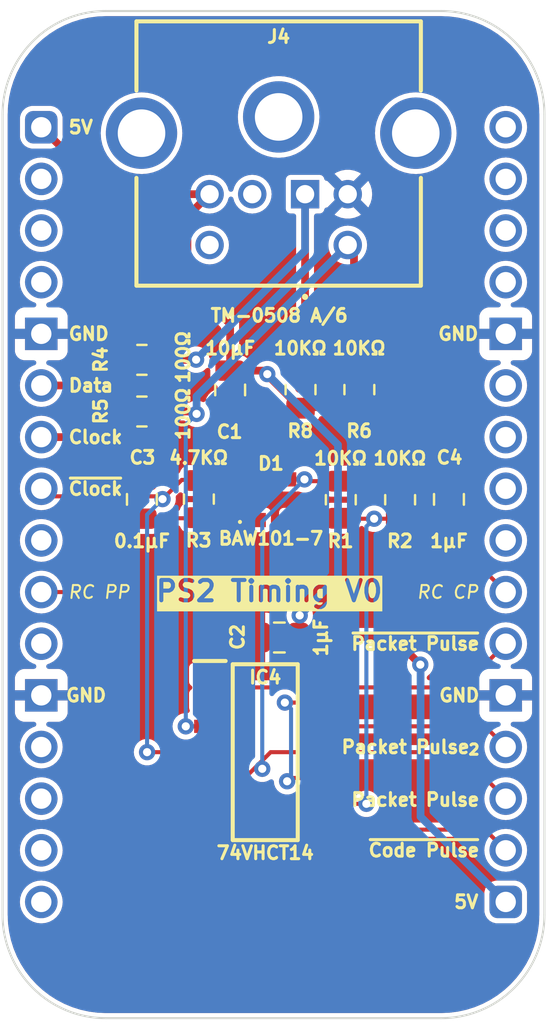
<source format=kicad_pcb>
(kicad_pcb (version 20221018) (generator pcbnew)
  (layers (0 "F.Cu" signal) (31 "B.Cu" signal) (36 "B.SilkS" user "B.Silkscreen") (37 "F.SilkS" user "F.Silkscreen") (38 "B.Mask" user) (39 "F.Mask" user) (44 "Edge.Cuts" user))
  (net 0 "")
  (net 1 "/5V")
  (net 2 "/GND")
  (net 19 "/Data")
  (net 20 "/Clock")
  (net 21 "/RC Packet Pulse")
  (net 22 "/RC Code Pulse")
  (net 23 "/Packet Pulse")
  (net 24 "/~{Clock}")
  (net 25 "/Packet Pulse_{2}")
  (net 26 "/~{Code Pulse}")
  (net 27 "/~{Packet Pulse}")
  (net 28 "/~{Packet Pulse}_{2}")
  (net 32 "Net-(J2-Pin_6)")
  (net 33 "Net-(J2-Pin_7)")
  (footprint "SamacSys_Parts:C_0805" (layer "F.Cu") (at 123.5964 66.2432 180)
    (fp_text reference "C1" (at 0.027 -2.075) (layer "F.SilkS") (effects (font (size 0.635 0.635))))
    (fp_text value "10μF" (at 0 2.032) (layer "F.SilkS") (effects (font (size 0.635 0.635))))
    (fp_line (start -0.735 0.245252) (end -0.735 -0.277252) (stroke (width 0.12)) (layer "F.SilkS"))
    (fp_line (start 0.735 0.245252) (end 0.735 -0.277252) (stroke (width 0.12)) (layer "F.SilkS"))
    (pad "1" smd roundrect (at 0 0.934 270) (size 1 1.45) (layers "F.Cu" "F.Paste" "F.Mask") (net 1 "/5V"))
    (pad "2" smd roundrect (at 0 -0.966 270) (size 1 1.45) (layers "F.Cu" "F.Paste" "F.Mask") (net 2 "/GND"))
  )
  (footprint "SamacSys_Parts:R_0805" (layer "F.Cu") (at 119.253 64.77 90)
    (fp_text reference "R4" (at 0 -2.032 90) (layer "F.SilkS") (effects (font (size 0.635 0.635))))
    (fp_text value "100Ω" (at 0.127 2.032 90) (layer "F.SilkS") (effects (font (size 0.635 0.635))))
    (fp_line (start -0.745 0.227064) (end -0.745 -0.227064) (stroke (width 0.12)) (layer "F.SilkS"))
    (fp_line (start 0.725 0.227064) (end 0.725 -0.227064) (stroke (width 0.12)) (layer "F.SilkS"))
    (pad "1" smd roundrect (at -0.01 0.9125 180) (size 1.025 1.4) (layers "F.Cu" "F.Paste" "F.Mask") (roundrect_rratio 0.243902439) (net 19 "/Data"))
    (pad "2" smd roundrect (at -0.01 -0.9125 180) (size 1.025 1.4) (layers "F.Cu" "F.Paste" "F.Mask") (roundrect_rratio 0.243902439) (net 32 "Net-(J2-Pin_6)"))
  )
  (footprint "SamacSys_Parts:C_0805" (layer "F.Cu") (at 126.0348 78.4352 90)
    (fp_text reference "C2" (at 0.027 -2.075 90) (layer "F.SilkS") (effects (font (size 0.635 0.635))))
    (fp_text value "1μF" (at 0 2.032 90) (layer "F.SilkS") (effects (font (size 0.635 0.635))))
    (fp_line (start -0.735 0.245252) (end -0.735 -0.277252) (stroke (width 0.12)) (layer "F.SilkS"))
    (fp_line (start 0.735 0.245252) (end 0.735 -0.277252) (stroke (width 0.12)) (layer "F.SilkS"))
    (pad "1" smd roundrect (at 0 0.934 180) (size 1 1.45) (layers "F.Cu" "F.Paste" "F.Mask") (net 1 "/5V"))
    (pad "2" smd roundrect (at 0 -0.966 180) (size 1 1.45) (layers "F.Cu" "F.Paste" "F.Mask") (net 2 "/GND"))
  )
  (footprint "SamacSys_Parts:R_0805" (layer "F.Cu") (at 129.032 71.658 180)
    (fp_text reference "R1" (at 0 -2.032) (layer "F.SilkS") (effects (font (size 0.635 0.635))))
    (fp_text value "10KΩ" (at 0 2.032) (layer "F.SilkS") (effects (font (size 0.635 0.635))))
    (fp_line (start -0.745 0.227064) (end -0.745 -0.227064) (stroke (width 0.12)) (layer "F.SilkS"))
    (fp_line (start 0.725 0.227064) (end 0.725 -0.227064) (stroke (width 0.12)) (layer "F.SilkS"))
    (pad "1" smd roundrect (at -0.01 0.9125 270) (size 1.025 1.4) (layers "F.Cu" "F.Paste" "F.Mask") (roundrect_rratio 0.243902439) (net 23 "/Packet Pulse"))
    (pad "2" smd roundrect (at -0.01 -0.9125 270) (size 1.025 1.4) (layers "F.Cu" "F.Paste" "F.Mask") (roundrect_rratio 0.243902439) (net 22 "/RC Code Pulse"))
  )
  (footprint "SamacSys_Parts:C_0805" (layer "F.Cu") (at 134.366 71.658)
    (fp_text reference "C4" (at 0.027 -2.075 180) (layer "F.SilkS") (effects (font (size 0.635 0.635))))
    (fp_text value "1μF" (at 0 2.032) (layer "F.SilkS") (effects (font (size 0.635 0.635))))
    (fp_line (start -0.735 0.245252) (end -0.735 -0.277252) (stroke (width 0.12)) (layer "F.SilkS"))
    (fp_line (start 0.735 0.245252) (end 0.735 -0.277252) (stroke (width 0.12)) (layer "F.SilkS"))
    (pad "1" smd roundrect (at 0 0.934 90) (size 1 1.45) (layers "F.Cu" "F.Paste" "F.Mask") (net 22 "/RC Code Pulse"))
    (pad "2" smd roundrect (at 0 -0.966 90) (size 1 1.45) (layers "F.Cu" "F.Paste" "F.Mask") (net 2 "/GND"))
  )
  (footprint "SamacSys_Parts:R_0805" (layer "F.Cu") (at 127.0508 66.2432 180)
    (fp_text reference "R8" (at 0 -2.032) (layer "F.SilkS") (effects (font (size 0.635 0.635))))
    (fp_text value "10KΩ" (at 0 2.032) (layer "F.SilkS") (effects (font (size 0.635 0.635))))
    (fp_line (start -0.745 0.227064) (end -0.745 -0.227064) (stroke (width 0.12)) (layer "F.SilkS"))
    (fp_line (start 0.725 0.227064) (end 0.725 -0.227064) (stroke (width 0.12)) (layer "F.SilkS"))
    (pad "1" smd roundrect (at -0.01 0.9125 270) (size 1.025 1.4) (layers "F.Cu" "F.Paste" "F.Mask") (roundrect_rratio 0.243902439) (net 19 "/Data"))
    (pad "2" smd roundrect (at -0.01 -0.9125 270) (size 1.025 1.4) (layers "F.Cu" "F.Paste" "F.Mask") (roundrect_rratio 0.243902439) (net 1 "/5V"))
  )
  (footprint "SamacSys_Parts:DIP-32_Board_W22.86mm" (layer "F.Cu") (at 114.3 53.34)
    (fp_text reference "J2" hide)
    (fp_text value "Conn_02x16_Counter_Clockwise" hide)
    (fp_line (start -1.905 -0.635) (end -1.905 38.735) (stroke (width 0.1)) (layer "Edge.Cuts"))
    (fp_line (start 19.685 -5.715) (end 3.175 -5.715) (stroke (width 0.1)) (layer "Edge.Cuts"))
    (fp_line (start 19.685 43.815) (end 3.175 43.815) (stroke (width 0.1)) (layer "Edge.Cuts"))
    (fp_line (start 24.765 38.735) (end 24.765 -0.635) (stroke (width 0.1)) (layer "Edge.Cuts"))
    (fp_arc (start -1.905 -0.635) (mid -0.417102 -4.227102) (end 3.175 -5.715) (stroke (width 0.1)) (layer "Edge.Cuts"))
    (fp_arc (start 3.175 43.815) (mid -0.417102 42.327102) (end -1.905 38.735) (stroke (width 0.1)) (layer "Edge.Cuts"))
    (fp_arc (start 19.685 -5.715) (mid 23.277102 -4.227102) (end 24.765 -0.635) (stroke (width 0.1)) (layer "Edge.Cuts"))
    (fp_arc (start 24.765 38.735) (mid 23.277102 42.327102) (end 19.685 43.815) (stroke (width 0.1)) (layer "Edge.Cuts"))
    (pad "1" thru_hole roundrect (at 0 0) (size 1.6 1.6) (drill 1) (layers "*.Cu" "*.Mask") (net 1 "/5V"))
    (pad "2" thru_hole oval (at 0 2.54) (size 1.6 1.6) (drill 1) (layers "*.Cu" "*.Mask"))
    (pad "3" thru_hole oval (at 0 5.08) (size 1.6 1.6) (drill 1) (layers "*.Cu" "*.Mask"))
    (pad "4" thru_hole oval (at 0 7.62) (size 1.6 1.6) (drill 1) (layers "*.Cu" "*.Mask"))
    (pad "5" thru_hole rect (at 0 10.16) (size 1.6 1.6) (drill 1) (layers "*.Cu" "*.Mask") (net 2 "/GND"))
    (pad "6" thru_hole oval (at 0 12.7) (size 1.6 1.6) (drill 1) (layers "*.Cu" "*.Mask") (net 32 "Net-(J2-Pin_6)"))
    (pad "7" thru_hole oval (at 0 15.24) (size 1.6 1.6) (drill 1) (layers "*.Cu" "*.Mask") (net 33 "Net-(J2-Pin_7)"))
    (pad "8" thru_hole oval (at 0 17.78) (size 1.6 1.6) (drill 1) (layers "*.Cu" "*.Mask") (net 24 "/~{Clock}"))
    (pad "9" thru_hole oval (at 0 20.32) (size 1.6 1.6) (drill 1) (layers "*.Cu" "*.Mask"))
    (pad "10" thru_hole oval (at 0 22.86) (size 1.6 1.6) (drill 1) (layers "*.Cu" "*.Mask") (net 21 "/RC Packet Pulse"))
    (pad "11" thru_hole oval (at 0 25.4) (size 1.6 1.6) (drill 1) (layers "*.Cu" "*.Mask"))
    (pad "12" thru_hole rect (at 0 27.94) (size 1.6 1.6) (drill 1) (layers "*.Cu" "*.Mask") (net 2 "/GND"))
    (pad "13" thru_hole oval (at 0 30.48) (size 1.6 1.6) (drill 1) (layers "*.Cu" "*.Mask"))
    (pad "14" thru_hole oval (at 0 33.02) (size 1.6 1.6) (drill 1) (layers "*.Cu" "*.Mask"))
    (pad "15" thru_hole oval (at 0 35.56) (size 1.6 1.6) (drill 1) (layers "*.Cu" "*.Mask"))
    (pad "16" thru_hole oval (at 0 38.1) (size 1.6 1.6) (drill 1) (layers "*.Cu" "*.Mask"))
    (pad "17" thru_hole roundrect (at 22.86 38.1) (size 1.6 1.6) (drill 1) (layers "*.Cu" "*.Mask") (net 1 "/5V"))
    (pad "18" thru_hole oval (at 22.86 35.56) (size 1.6 1.6) (drill 1) (layers "*.Cu" "*.Mask") (net 26 "/~{Code Pulse}"))
    (pad "19" thru_hole oval (at 22.86 33.02) (size 1.6 1.6) (drill 1) (layers "*.Cu" "*.Mask") (net 23 "/Packet Pulse"))
    (pad "20" thru_hole oval (at 22.86 30.48) (size 1.6 1.6) (drill 1) (layers "*.Cu" "*.Mask") (net 25 "/Packet Pulse_{2}"))
    (pad "21" thru_hole rect (at 22.86 27.94) (size 1.6 1.6) (drill 1) (layers "*.Cu" "*.Mask") (net 2 "/GND"))
    (pad "22" thru_hole oval (at 22.86 25.4) (size 1.6 1.6) (drill 1) (layers "*.Cu" "*.Mask") (net 27 "/~{Packet Pulse}"))
    (pad "23" thru_hole oval (at 22.86 22.86) (size 1.6 1.6) (drill 1) (layers "*.Cu" "*.Mask") (net 22 "/RC Code Pulse"))
    (pad "24" thru_hole oval (at 22.86 20.32) (size 1.6 1.6) (drill 1) (layers "*.Cu" "*.Mask"))
    (pad "25" thru_hole oval (at 22.86 17.78) (size 1.6 1.6) (drill 1) (layers "*.Cu" "*.Mask"))
    (pad "26" thru_hole oval (at 22.86 15.24) (size 1.6 1.6) (drill 1) (layers "*.Cu" "*.Mask"))
    (pad "27" thru_hole oval (at 22.86 12.7) (size 1.6 1.6) (drill 1) (layers "*.Cu" "*.Mask"))
    (pad "28" thru_hole rect (at 22.86 10.16) (size 1.6 1.6) (drill 1) (layers "*.Cu" "*.Mask") (net 2 "/GND"))
    (pad "29" thru_hole oval (at 22.86 7.62) (size 1.6 1.6) (drill 1) (layers "*.Cu" "*.Mask"))
    (pad "30" thru_hole oval (at 22.86 5.08) (size 1.6 1.6) (drill 1) (layers "*.Cu" "*.Mask"))
    (pad "31" thru_hole oval (at 22.86 2.54) (size 1.6 1.6) (drill 1) (layers "*.Cu" "*.Mask"))
    (pad "32" thru_hole oval (at 22.86 0) (size 1.6 1.6) (drill 1) (layers "*.Cu" "*.Mask"))
  )
  (footprint "SamacSys_Parts:TM0508A6" (layer "F.Cu") (at 127.284 56.632)
    (fp_text reference "J4" (at -1.3 -7.747) (layer "F.SilkS") (effects (font (size 0.635 0.635) (thickness 0.15) bold)))
    (fp_text value "TM-0508 A/6" (at -1.27 5.969) (layer "F.SilkS") (effects (font (size 0.635 0.635) (thickness 0.15) bold)))
    (fp_line (start -8.3 -8.5) (end -8.3 -5.1) (stroke (width 0.2)) (layer "F.SilkS"))
    (fp_line (start -8.3 -0.8) (end -8.3 4.5) (stroke (width 0.2)) (layer "F.SilkS"))
    (fp_line (start -8.3 4.5) (end 5.7 4.5) (stroke (width 0.2)) (layer "F.SilkS"))
    (fp_line (start 0 5) (end 0 5) (stroke (width 0.2)) (layer "F.SilkS"))
    (fp_line (start 0 5) (end 0 5) (stroke (width 0.2)) (layer "F.SilkS"))
    (fp_line (start 0 5.1) (end 0 5.1) (stroke (width 0.2)) (layer "F.SilkS"))
    (fp_line (start 5.7 -8.5) (end -8.3 -8.5) (stroke (width 0.2)) (layer "F.SilkS"))
    (fp_line (start 5.7 -5.1) (end 5.7 -8.5) (stroke (width 0.2)) (layer "F.SilkS"))
    (fp_line (start 5.7 4.5) (end 5.7 -0.8) (stroke (width 0.2)) (layer "F.SilkS"))
    (fp_arc (start 0 5) (mid 0.05 5.05) (end 0 5.1) (stroke (width 0.2)) (layer "F.SilkS"))
    (fp_arc (start 0 5.1) (mid -0.05 5.05) (end 0 5) (stroke (width 0.2)) (layer "F.SilkS"))
    (fp_arc (start 0 5.1) (mid -0.05 5.05) (end 0 5) (stroke (width 0.2)) (layer "F.SilkS"))
    (pad "" thru_hole circle (at -8.05 -3) (size 3.51 3.51) (drill 2.34) (layers "*.Cu" "*.Mask"))
    (pad "" thru_hole circle (at -1.3 -3.8) (size 3.51 3.51) (drill 2.34) (layers "*.Cu" "*.Mask"))
    (pad "" thru_hole circle (at 5.45 -3) (size 3.51 3.51) (drill 2.34) (layers "*.Cu" "*.Mask"))
    (pad "1" thru_hole rect (at 0 0) (size 1.4 1.4) (drill 0.9) (layers "*.Cu" "*.Mask") (net 19 "/Data"))
    (pad "2" thru_hole circle (at -2.6 0) (size 1.4 1.4) (drill 0.9) (layers "*.Cu" "*.Mask"))
    (pad "3" thru_hole circle (at 2.1 0) (size 1.4 1.4) (drill 0.9) (layers "*.Cu" "*.Mask") (net 2 "/GND"))
    (pad "4" thru_hole circle (at -4.7 0) (size 1.4 1.4) (drill 0.9) (layers "*.Cu" "*.Mask") (net 1 "/5V"))
    (pad "5" thru_hole circle (at 2.1 2.5) (size 1.4 1.4) (drill 0.9) (layers "*.Cu" "*.Mask") (net 20 "/Clock"))
    (pad "6" thru_hole circle (at -4.7 2.5) (size 1.4 1.4) (drill 0.9) (layers "*.Cu" "*.Mask"))
  )
  (footprint "SamacSys_Parts:BAW1017" (layer "F.Cu") (at 125.603 71.658)
    (fp_text reference "D1" (at 0 -1.778) (layer "F.SilkS") (effects (font (size 0.635 0.635))))
    (fp_text value "BAW101-7" (at 0 1.905) (layer "F.SilkS") (effects (font (size 0.635 0.635))))
    (fp_line (start -1.524 1.043) (end -1.524 1.043) (stroke (width 0.1)) (layer "F.SilkS"))
    (fp_line (start -1.524 1.143) (end -1.524 1.143) (stroke (width 0.1)) (layer "F.SilkS"))
    (fp_arc (start -1.524 1.043) (mid -1.474 1.093) (end -1.524 1.143) (stroke (width 0.1)) (layer "F.SilkS"))
    (fp_arc (start -1.524 1.143) (mid -1.574 1.093) (end -1.524 1.043) (stroke (width 0.1)) (layer "F.SilkS"))
    (pad "1" smd rect (at -0.75 1 90) (size 0.7 1) (layers "F.Cu" "F.Paste" "F.Mask") (net 21 "/RC Packet Pulse"))
    (pad "2" smd rect (at 0.95 1) (size 0.6 0.7) (layers "F.Cu" "F.Paste" "F.Mask") (net 22 "/RC Code Pulse"))
    (pad "3" smd rect (at 0.95 -1) (size 0.6 0.7) (layers "F.Cu" "F.Paste" "F.Mask") (net 23 "/Packet Pulse"))
    (pad "4" smd rect (at -0.95 -1) (size 0.6 0.7) (layers "F.Cu" "F.Paste" "F.Mask") (net 24 "/~{Clock}"))
  )
  (footprint "SamacSys_Parts:R_0805" (layer "F.Cu") (at 119.253 67.31 90)
    (fp_text reference "R5" (at 0 -2.032 90) (layer "F.SilkS") (effects (font (size 0.635 0.635))))
    (fp_text value "100Ω" (at -0.127 2.032 90) (layer "F.SilkS") (effects (font (size 0.635 0.635))))
    (fp_line (start -0.745 0.227064) (end -0.745 -0.227064) (stroke (width 0.12)) (layer "F.SilkS"))
    (fp_line (start 0.725 0.227064) (end 0.725 -0.227064) (stroke (width 0.12)) (layer "F.SilkS"))
    (pad "1" smd roundrect (at -0.01 0.9125 180) (size 1.025 1.4) (layers "F.Cu" "F.Paste" "F.Mask") (roundrect_rratio 0.243902439) (net 20 "/Clock"))
    (pad "2" smd roundrect (at -0.01 -0.9125 180) (size 1.025 1.4) (layers "F.Cu" "F.Paste" "F.Mask") (roundrect_rratio 0.243902439) (net 33 "Net-(J2-Pin_7)"))
  )
  (footprint "SamacSys_Parts:C_0805" (layer "F.Cu") (at 119.253 71.658)
    (fp_text reference "C3" (at 0.027 -2.075) (layer "F.SilkS") (effects (font (size 0.635 0.635))))
    (fp_text value "0.1μF" (at 0 2.032) (layer "F.SilkS") (effects (font (size 0.635 0.635))))
    (fp_line (start -0.735 0.245252) (end -0.735 -0.277252) (stroke (width 0.12)) (layer "F.SilkS"))
    (fp_line (start 0.735 0.245252) (end 0.735 -0.277252) (stroke (width 0.12)) (layer "F.SilkS"))
    (pad "1" smd roundrect (at 0 0.934 90) (size 1 1.45) (layers "F.Cu" "F.Paste" "F.Mask") (net 21 "/RC Packet Pulse"))
    (pad "2" smd roundrect (at 0 -0.966 90) (size 1 1.45) (layers "F.Cu" "F.Paste" "F.Mask") (net 2 "/GND"))
  )
  (footprint "SamacSys_Parts:R_0805" (layer "F.Cu") (at 129.9464 66.2432 180)
    (fp_text reference "R6" (at 0 -2.032) (layer "F.SilkS") (effects (font (size 0.635 0.635))))
    (fp_text value "10KΩ" (at 0 2.032) (layer "F.SilkS") (effects (font (size 0.635 0.635))))
    (fp_line (start -0.745 0.227064) (end -0.745 -0.227064) (stroke (width 0.12)) (layer "F.SilkS"))
    (fp_line (start 0.725 0.227064) (end 0.725 -0.227064) (stroke (width 0.12)) (layer "F.SilkS"))
    (pad "1" smd roundrect (at -0.01 0.9125 270) (size 1.025 1.4) (layers "F.Cu" "F.Paste" "F.Mask") (roundrect_rratio 0.243902439) (net 20 "/Clock"))
    (pad "2" smd roundrect (at -0.01 -0.9125 270) (size 1.025 1.4) (layers "F.Cu" "F.Paste" "F.Mask") (roundrect_rratio 0.243902439) (net 1 "/5V"))
  )
  (footprint "SamacSys_Parts:SOIC127P600X175-14N" (layer "F.Cu") (at 125.3236 84.074)
    (fp_text reference "IC4" (at 0 -3.683) (layer "F.SilkS") (effects (font (size 0.635 0.635))))
    (fp_text value "74VHCT14AM" hide)
    (fp_text user "${Silkscreen}" (at 0 4.953) (layer "F.SilkS") (effects (font (size 0.635 0.635))))
    (fp_line (start -3.5 -4.485) (end -1.95 -4.485) (stroke (width 0.2)) (layer "F.SilkS"))
    (fp_line (start -1.6 -4.325) (end 1.6 -4.325) (stroke (width 0.2)) (layer "F.SilkS"))
    (fp_line (start -1.6 4.325) (end -1.6 -4.325) (stroke (width 0.2)) (layer "F.SilkS"))
    (fp_line (start 1.6 -4.325) (end 1.6 4.325) (stroke (width 0.2)) (layer "F.SilkS"))
    (fp_line (start 1.6 4.325) (end -1.6 4.325) (stroke (width 0.2)) (layer "F.SilkS"))
    (pad "1" smd rect (at -2.725 -3.81 90) (size 0.65 1.55) (layers "F.Cu" "F.Paste" "F.Mask") (net 21 "/RC Packet Pulse"))
    (pad "2" smd rect (at -2.725 -2.54 90) (size 0.65 1.55) (layers "F.Cu" "F.Paste" "F.Mask") (net 27 "/~{Packet Pulse}"))
    (pad "3" smd rect (at -2.725 -1.27 90) (size 0.65 1.55) (layers "F.Cu" "F.Paste" "F.Mask") (net 20 "/Clock"))
    (pad "4" smd rect (at -2.725 0 90) (size 0.65 1.55) (layers "F.Cu" "F.Paste" "F.Mask") (net 24 "/~{Clock}"))
    (pad "5" smd rect (at -2.725 1.27 90) (size 0.65 1.55) (layers "F.Cu" "F.Paste" "F.Mask") (net 27 "/~{Packet Pulse}"))
    (pad "6" smd rect (at -2.725 2.54 90) (size 0.65 1.55) (layers "F.Cu" "F.Paste" "F.Mask") (net 23 "/Packet Pulse"))
    (pad "7" smd rect (at -2.725 3.81 90) (size 0.65 1.55) (layers "F.Cu" "F.Paste" "F.Mask") (net 2 "/GND"))
    (pad "8" smd rect (at 2.725 3.81 90) (size 0.65 1.55) (layers "F.Cu" "F.Paste" "F.Mask") (net 26 "/~{Code Pulse}"))
    (pad "9" smd rect (at 2.725 2.54 90) (size 0.65 1.55) (layers "F.Cu" "F.Paste" "F.Mask") (net 22 "/RC Code Pulse"))
    (pad "10" smd rect (at 2.725 1.27 90) (size 0.65 1.55) (layers "F.Cu" "F.Paste" "F.Mask") (net 28 "/~{Packet Pulse}_{2}"))
    (pad "11" smd rect (at 2.725 0 90) (size 0.65 1.55) (layers "F.Cu" "F.Paste" "F.Mask") (net 23 "/Packet Pulse"))
    (pad "12" smd rect (at 2.725 -1.27 90) (size 0.65 1.55) (layers "F.Cu" "F.Paste" "F.Mask") (net 25 "/Packet Pulse_{2}"))
    (pad "13" smd rect (at 2.725 -2.54 90) (size 0.65 1.55) (layers "F.Cu" "F.Paste" "F.Mask") (net 28 "/~{Packet Pulse}_{2}"))
    (pad "14" smd rect (at 2.725 -3.81 90) (size 0.65 1.55) (layers "F.Cu" "F.Paste" "F.Mask") (net 1 "/5V"))
  )
  (footprint "SamacSys_Parts:R_0805" (layer "F.Cu") (at 122.047 71.628 180)
    (fp_text reference "R3" (at 0 -2.032) (layer "F.SilkS") (effects (font (size 0.635 0.635))))
    (fp_text value "4.7KΩ" (at 0 2.032) (layer "F.SilkS") (effects (font (size 0.635 0.635))))
    (fp_line (start -0.745 0.227064) (end -0.745 -0.227064) (stroke (width 0.12)) (layer "F.SilkS"))
    (fp_line (start 0.725 0.227064) (end 0.725 -0.227064) (stroke (width 0.12)) (layer "F.SilkS"))
    (pad "1" smd roundrect (at -0.01 0.9125 270) (size 1.025 1.4) (layers "F.Cu" "F.Paste" "F.Mask") (roundrect_rratio 0.243902439) (net 24 "/~{Clock}"))
    (pad "2" smd roundrect (at -0.01 -0.9125 270) (size 1.025 1.4) (layers "F.Cu" "F.Paste" "F.Mask") (roundrect_rratio 0.243902439) (net 21 "/RC Packet Pulse"))
  )
  (footprint "SamacSys_Parts:R_0805" (layer "F.Cu") (at 131.953 71.658 180)
    (fp_text reference "R2" (at 0 -2.032) (layer "F.SilkS") (effects (font (size 0.635 0.635))))
    (fp_text value "10KΩ" (at 0 2.032) (layer "F.SilkS") (effects (font (size 0.635 0.635))))
    (fp_line (start -0.745 0.227064) (end -0.745 -0.227064) (stroke (width 0.12)) (layer "F.SilkS"))
    (fp_line (start 0.725 0.227064) (end 0.725 -0.227064) (stroke (width 0.12)) (layer "F.SilkS"))
    (pad "1" smd roundrect (at -0.01 0.9125 270) (size 1.025 1.4) (layers "F.Cu" "F.Paste" "F.Mask") (roundrect_rratio 0.243902439) (net 23 "/Packet Pulse"))
    (pad "2" smd roundrect (at -0.01 -0.9125 270) (size 1.025 1.4) (layers "F.Cu" "F.Paste" "F.Mask") (roundrect_rratio 0.243902439) (net 22 "/RC Code Pulse"))
  )
  (gr_text "Packet Pulse" (at 135.9408 86.4108) (layer "F.SilkS") (effects (font (size 0.635 0.635) (thickness 0.15) bold) (justify right)))
  (gr_text "~{Code Pulse}" (at 135.9408 88.9) (layer "F.SilkS") (effects (font (size 0.635 0.635) (thickness 0.15) bold) (justify right)))
  (gr_text "GND" (at 135.9408 81.28) (layer "F.SilkS") (effects (font (size 0.635 0.635) (thickness 0.15) bold) (justify right)))
  (gr_text "Packet Pulse_{2}" (at 135.9408 83.82) (layer "F.SilkS") (effects (font (size 0.635 0.635) (thickness 0.15) bold) (justify right)))
  (gr_text "Data" (at 115.57 66.04) (layer "F.SilkS") (effects (font (size 0.635 0.635) (thickness 0.15) bold) (justify left)))
  (gr_text "5V" (at 135.89 91.44) (layer "F.SilkS") (effects (font (size 0.635 0.635) (thickness 0.15) bold) (justify right)))
  (gr_text "~{Packet Pulse}" (at 135.9408 78.74) (layer "F.SilkS") (effects (font (size 0.635 0.635) (thickness 0.15) bold) (justify right)))
  (gr_text "GND" (at 115.57 63.5) (layer "F.SilkS") (effects (font (size 0.635 0.635) (thickness 0.15) bold) (justify left)))
  (gr_text "PS2 Timing V0" (at 125.5184 76.738) (layer "F.SilkS" knockout) (effects (font (size 1 1) (thickness 0.2) bold) (justify bottom)))
  (gr_text "~{Clock}" (at 115.57 71.12) (layer "F.SilkS") (effects (font (size 0.635 0.635) (thickness 0.15) bold) (justify left)))
  (gr_text "RC CP" (at 135.89 76.2) (layer "F.SilkS") (effects (font (size 0.635 0.635) (thickness 0.1) italic) (justify right)))
  (gr_text "GND" (at 115.443 81.28) (layer "F.SilkS") (effects (font (size 0.635 0.635) (thickness 0.15) bold) (justify left)))
  (gr_text "GND" (at 135.89 63.5) (layer "F.SilkS") (effects (font (size 0.635 0.635) (thickness 0.15) bold) (justify right)))
  (gr_text "Clock" (at 115.57 68.58) (layer "F.SilkS") (effects (font (size 0.635 0.635) (thickness 0.15) bold) (justify left)))
  (gr_text "5V" (at 115.57 53.34) (layer "F.SilkS") (effects (font (size 0.635 0.635) (thickness 0.15) bold) (justify left)))
  (gr_text "RC PP" (at 115.57 76.2) (layer "F.SilkS") (effects (font (size 0.635 0.635) (thickness 0.1) italic) (justify left)))
  (segment (start 125.4252 65.5201) (end 125.4252 65.4812) (width 0.38) (layer "F.Cu") (net 1))
  (segment (start 126.9688 78.4352) (end 126.9688 79.1842) (width 0.38) (layer "F.Cu") (net 1))
  (segment (start 122.584 56.632) (end 121.494 57.722) (width 0.38) (layer "F.Cu") (net 1))
  (segment (start 125.2532 65.3092) (end 125.4252 65.4812) (width 0.38) (layer "F.Cu") (net 1))
  (segment (start 117.592 56.632) (end 122.584 56.632) (width 0.38) (layer "F.Cu") (net 1))
  (segment (start 127.0608 67.1557) (end 125.4252 65.5201) (width 0.38) (layer "F.Cu") (net 1))
  (segment (start 114.3 53.34) (end 117.592 56.632) (width 0.38) (layer "F.Cu") (net 1))
  (segment (start 127.0196 78.1376) (end 127.0196 77.348784) (width 0.38) (layer "F.Cu") (net 1))
  (segment (start 121.494 57.722) (end 121.494 60.915) (width 0.38) (layer "F.Cu") (net 1))
  (segment (start 123.5964 63.0174) (end 123.5964 65.3092) (width 0.38) (layer "F.Cu") (net 1))
  (segment (start 131.5928 78.4052) (end 132.9563 79.7687) (width 0.38) (layer "F.Cu") (net 1))
  (segment (start 126.9688 79.1842) (end 128.0486 80.264) (width 0.38) (layer "F.Cu") (net 1))
  (segment (start 126.9988 78.4052) (end 131.5928 78.4052) (width 0.38) (layer "F.Cu") (net 1))
  (segment (start 121.494 60.915) (end 123.5964 63.0174) (width 0.38) (layer "F.Cu") (net 1))
  (segment (start 123.5964 65.3092) (end 125.2532 65.3092) (width 0.38) (layer "F.Cu") (net 1))
  (segment (start 127.1116 67.1049) (end 129.9056 67.1049) (width 0.38) (layer "F.Cu") (net 1))
  (via (at 132.9563 79.7687) (size 0.8) (drill 0.4) (layers "F.Cu" "B.Cu") (net 1))
  (via (at 125.4252 65.4812) (size 0.8) (drill 0.4) (layers "F.Cu" "B.Cu") (net 1))
  (via (at 127.0196 77.348784) (size 0.8) (drill 0.4) (layers "F.Cu" "B.Cu") (net 1))
  (segment (start 128.905 68.961) (end 128.905 75.463384) (width 0.38) (layer "B.Cu") (net 1))
  (segment (start 137.16 91.44) (end 132.969 87.249) (width 0.38) (layer "B.Cu") (net 1))
  (segment (start 128.905 75.463384) (end 127.0196 77.348784) (width 0.38) (layer "B.Cu") (net 1))
  (segment (start 125.4252 65.4812) (end 128.905 68.961) (width 0.38) (layer "B.Cu") (net 1))
  (segment (start 132.969 87.249) (end 132.969 79.7814) (width 0.38) (layer "B.Cu") (net 1))
  (segment (start 132.969 79.7814) (end 132.9563 79.7687) (width 0.38) (layer "B.Cu") (net 1))
  (segment (start 120.1655 64.78) (end 121.91 64.78) (width 0.38) (layer "F.Cu") (net 19))
  (segment (start 127.284 56.632) (end 127.284 65.1075) (width 0.38) (layer "F.Cu") (net 19))
  (segment (start 121.91 64.78) (end 121.92 64.77) (width 0.38) (layer "F.Cu") (net 19))
  (via (at 121.92 64.77) (size 0.8) (drill 0.4) (layers "F.Cu" "B.Cu") (net 19))
  (segment (start 127.284 59.406) (end 121.92 64.77) (width 0.38) (layer "B.Cu") (net 19))
  (segment (start 127.284 56.632) (end 127.284 59.406) (width 0.38) (layer "B.Cu") (net 19))
  (segment (start 120.1655 67.32) (end 121.827 67.32) (width 0.38) (layer "F.Cu") (net 20))
  (segment (start 129.6924 59.4404) (end 129.6924 65.0667) (width 0.38) (layer "F.Cu") (net 20))
  (segment (start 122.1686 82.804) (end 121.412 82.804) (width 0.2) (layer "F.Cu") (net 20))
  (segment (start 121.827 67.32) (end 121.944 67.437) (width 0.38) (layer "F.Cu") (net 20))
  (via (at 121.944 67.437) (size 0.8) (drill 0.4) (layers "F.Cu" "B.Cu") (net 20))
  (via (at 121.412 82.804) (size 0.8) (drill 0.4) (layers "F.Cu" "B.Cu") (net 20))
  (segment (start 121.412 82.804) (end 121.412 67.969) (width 0.2) (layer "B.Cu") (net 20))
  (segment (start 121.944 66.572) (end 121.944 67.437) (width 0.38) (layer "B.Cu") (net 20))
  (segment (start 121.412 67.969) (end 121.944 67.437) (width 0.2) (layer "B.Cu") (net 20))
  (segment (start 129.384 59.132) (end 121.944 66.572) (width 0.38) (layer "B.Cu") (net 20))
  (segment (start 123.8184 73.6926) (end 124.853 72.658) (width 0.2) (layer "F.Cu") (net 21))
  (segment (start 124.853 72.658) (end 122.1745 72.658) (width 0.2) (layer "F.Cu") (net 21))
  (segment (start 115.645 76.2) (end 114.3 76.2) (width 0.2) (layer "F.Cu") (net 21))
  (segment (start 119.253 72.592) (end 115.645 76.2) (width 0.2) (layer "F.Cu") (net 21))
  (segment (start 123.8184 78.8736) (end 123.8184 73.6926) (width 0.2) (layer "F.Cu") (net 21))
  (segment (start 122.5986 80.0934) (end 123.8184 78.8736) (width 0.2) (layer "F.Cu") (net 21))
  (segment (start 122.027 72.5705) (end 119.2745 72.5705) (width 0.2) (layer "F.Cu") (net 21))
  (segment (start 128.0486 86.614) (end 130.302 86.614) (width 0.2) (layer "F.Cu") (net 22))
  (segment (start 129.0647 72.5932) (end 130.683 72.5932) (width 0.2) (layer "F.Cu") (net 22))
  (segment (start 134.366 73.406) (end 137.16 76.2) (width 0.2) (layer "F.Cu") (net 22))
  (segment (start 128.9545 72.658) (end 126.553 72.658) (width 0.2) (layer "F.Cu") (net 22))
  (segment (start 134.366 72.592) (end 134.366 73.406) (width 0.2) (layer "F.Cu") (net 22))
  (segment (start 131.9403 72.5932) (end 130.683 72.5932) (width 0.2) (layer "F.Cu") (net 22))
  (segment (start 131.963 72.5705) (end 134.3445 72.5705) (width 0.2) (layer "F.Cu") (net 22))
  (via (at 130.683 72.5932) (size 0.8) (drill 0.4) (layers "F.Cu" "B.Cu") (net 22))
  (via (at 130.302 86.614) (size 0.8) (drill 0.4) (layers "F.Cu" "B.Cu") (net 22))
  (segment (start 130.302 86.614) (end 130.302 72.9742) (width 0.2) (layer "B.Cu") (net 22))
  (segment (start 130.302 72.9742) (end 130.683 72.5932) (width 0.2) (layer "B.Cu") (net 22))
  (segment (start 129.042 70.7455) (end 127.3415 70.7455) (width 0.2) (layer "F.Cu") (net 23))
  (segment (start 128.0486 84.074) (end 125.5886 84.074) (width 0.2) (layer "F.Cu") (net 23))
  (segment (start 126.553 70.658) (end 127.253999 70.657999) (width 0.2) (layer "F.Cu") (net 23))
  (segment (start 128.0486 84.074) (end 134.874 84.074) (width 0.2) (layer "F.Cu") (net 23))
  (segment (start 125.5886 84.074) (end 123.0486 86.614) (width 0.2) (layer "F.Cu") (net 23))
  (segment (start 129.042 70.7455) (end 131.963 70.7455) (width 0.2) (layer "F.Cu") (net 23))
  (segment (start 127.3415 70.7455) (end 127.253999 70.657999) (width 0.2) (layer "F.Cu") (net 23))
  (segment (start 134.874 84.074) (end 137.16 86.36) (width 0.2) (layer "F.Cu") (net 23))
  (via (at 125.1767 84.8923) (size 0.8) (drill 0.4) (layers "F.Cu" "B.Cu") (net 23))
  (via (at 127.253999 70.657999) (size 0.8) (drill 0.4) (layers "F.Cu" "B.Cu") (net 23))
  (segment (start 125.1767 72.735298) (end 127.253999 70.657999) (width 0.2) (layer "B.Cu") (net 23))
  (segment (start 125.1767 84.8923) (end 125.1767 72.735298) (width 0.2) (layer "B.Cu") (net 23))
  (segment (start 122.1745 70.658) (end 124.653 70.658) (width 0.2) (layer "F.Cu") (net 24))
  (segment (start 121.2134 70.6836) (end 120.269 71.628) (width 0.2) (layer "F.Cu") (net 24))
  (segment (start 122.5986 84.074) (end 119.507 84.074) (width 0.2) (layer "F.Cu") (net 24))
  (segment (start 122.0251 70.6836) (end 121.2134 70.6836) (width 0.2) (layer "F.Cu") (net 24))
  (segment (start 120.133 71.492) (end 120.269 71.628) (width 0.2) (layer "F.Cu") (net 24))
  (segment (start 114.672 71.492) (end 120.133 71.492) (width 0.2) (layer "F.Cu") (net 24))
  (via (at 119.507 84.074) (size 0.8) (drill 0.4) (layers "F.Cu" "B.Cu") (net 24))
  (via (at 120.269 71.628) (size 0.8) (drill 0.4) (layers "F.Cu" "B.Cu") (net 24))
  (segment (start 119.507 72.39) (end 120.269 71.628) (width 0.2) (layer "B.Cu") (net 24))
  (segment (start 119.507 84.074) (end 119.507 72.39) (width 0.2) (layer "B.Cu") (net 24))
  (segment (start 136.144 82.804) (end 137.16 83.82) (width 0.2) (layer "F.Cu") (net 25))
  (segment (start 128.0486 82.804) (end 136.144 82.804) (width 0.2) (layer "F.Cu") (net 25))
  (segment (start 136.144 87.884) (end 137.16 88.9) (width 0.2) (layer "F.Cu") (net 26))
  (segment (start 128.0486 87.884) (end 136.144 87.884) (width 0.2) (layer "F.Cu") (net 26))
  (segment (start 122.5986 85.344) (end 123.4948 85.344) (width 0.2) (layer "F.Cu") (net 27))
  (segment (start 123.6736 85.1652) (end 123.6736 81.662) (width 0.2) (layer "F.Cu") (net 27))
  (segment (start 122.5986 81.1248) (end 122.8344 80.889) (width 0.2) (layer "F.Cu") (net 27))
  (segment (start 123.5456 81.534) (end 122.5986 81.534) (width 0.2) (layer "F.Cu") (net 27))
  (segment (start 123.4948 85.344) (end 123.6736 85.1652) (width 0.2) (layer "F.Cu") (net 27))
  (segment (start 123.6736 81.662) (end 123.5456 81.534) (width 0.2) (layer "F.Cu") (net 27))
  (segment (start 122.5986 81.534) (end 122.5986 81.1248) (width 0.2) (layer "F.Cu") (net 27))
  (segment (start 135.011 80.889) (end 137.16 78.74) (width 0.2) (layer "F.Cu") (net 27))
  (segment (start 122.8344 80.889) (end 135.011 80.889) (width 0.2) (layer "F.Cu") (net 27))
  (segment (start 128.0486 85.344) (end 126.562605 85.344) (width 0.2) (layer "F.Cu") (net 28))
  (segment (start 127.947 81.6356) (end 126.288798 81.6356) (width 0.2) (layer "F.Cu") (net 28))
  (segment (start 126.562605 85.344) (end 126.400811 85.505794) (width 0.2) (layer "F.Cu") (net 28))
  (via (at 126.400811 85.505794) (size 0.8) (drill 0.4) (layers "F.Cu" "B.Cu") (net 28))
  (via (at 126.288798 81.6356) (size 0.8) (drill 0.4) (layers "F.Cu" "B.Cu") (net 28))
  (segment (start 126.288798 81.6356) (end 126.5936 81.940402) (width 0.2) (layer "B.Cu") (net 28))
  (segment (start 126.5936 85.313005) (end 126.400811 85.505794) (width 0.2) (layer "B.Cu") (net 28))
  (segment (start 126.5936 81.940402) (end 126.5936 85.313005) (width 0.2) (layer "B.Cu") (net 28))
  (segment (start 115.824 66.04) (end 114.3 66.04) (width 0.38) (layer "F.Cu") (net 32))
  (segment (start 117.084 64.78) (end 115.824 66.04) (width 0.38) (layer "F.Cu") (net 32))
  (segment (start 118.3405 64.78) (end 117.084 64.78) (width 0.38) (layer "F.Cu") (net 32))
  (segment (start 118.3405 67.32) (end 117.084 67.32) (width 0.38) (layer "F.Cu") (net 33))
  (segment (start 117.084 67.32) (end 115.824 68.58) (width 0.38) (layer "F.Cu") (net 33))
  (segment (start 115.824 68.58) (end 114.3 68.58) (width 0.38) (layer "F.Cu") (net 33))
  (zone (net 2) (net_name "/GND") (layers "F&B.Cu") (connect_pads (clearance 0.25)) (min_thickness 0.25) (fill yes (thermal_gap 0.5) (thermal_bridge_width 0.5))
    (polygon (pts (xy 112.268 47.498) (xy 139.192 47.498) (xy 139.192 97.409) (xy 112.268 97.409)))
  )
)
</source>
